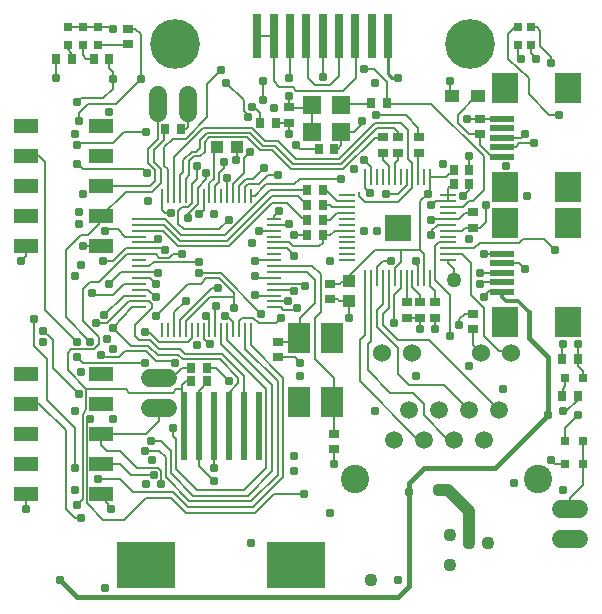
<source format=gtl>
G75*
G70*
%OFA0B0*%
%FSLAX24Y24*%
%IPPOS*%
%LPD*%
%AMOC8*
5,1,8,0,0,1.08239X$1,22.5*
%
%ADD10R,0.0472X0.0091*%
%ADD11R,0.0091X0.0472*%
%ADD12R,0.0276X0.0354*%
%ADD13R,0.0315X0.0315*%
%ADD14R,0.0354X0.0276*%
%ADD15R,0.0520X0.0090*%
%ADD16R,0.0090X0.0520*%
%ADD17R,0.0870X0.0870*%
%ADD18C,0.0945*%
%ADD19C,0.0591*%
%ADD20C,0.0600*%
%ADD21R,0.0315X0.1457*%
%ADD22C,0.1660*%
%ADD23R,0.0866X0.0984*%
%ADD24R,0.0787X0.0197*%
%ADD25C,0.0500*%
%ADD26R,0.0394X0.0433*%
%ADD27R,0.0472X0.0394*%
%ADD28C,0.0600*%
%ADD29R,0.0630X0.0591*%
%ADD30R,0.0248X0.2268*%
%ADD31R,0.1969X0.1575*%
%ADD32R,0.0748X0.1024*%
%ADD33R,0.0800X0.0500*%
%ADD34R,0.0433X0.0394*%
%ADD35C,0.0080*%
%ADD36C,0.0310*%
%ADD37C,0.0436*%
%ADD38C,0.0400*%
%ADD39C,0.0100*%
%ADD40C,0.0060*%
%ADD41C,0.0160*%
%ADD42C,0.0120*%
D10*
X005165Y011285D03*
X005165Y011482D03*
X005165Y011679D03*
X005165Y011875D03*
X005165Y012072D03*
X005165Y012269D03*
X005165Y012466D03*
X005165Y012663D03*
X005165Y012860D03*
X005165Y013057D03*
X005165Y013253D03*
X005165Y013450D03*
X005165Y013647D03*
X005165Y013844D03*
X005165Y014041D03*
X005165Y014238D03*
X009653Y014238D03*
X009653Y014041D03*
X009653Y013844D03*
X009653Y013647D03*
X009653Y013450D03*
X009653Y013253D03*
X009653Y013057D03*
X009653Y012860D03*
X009653Y012663D03*
X009653Y012466D03*
X009653Y012269D03*
X009653Y012072D03*
X009653Y011875D03*
X009653Y011679D03*
X009653Y011482D03*
X009653Y011285D03*
D11*
X008885Y010517D03*
X008689Y010517D03*
X008492Y010517D03*
X008295Y010517D03*
X008098Y010517D03*
X007901Y010517D03*
X007704Y010517D03*
X007507Y010517D03*
X007311Y010517D03*
X007114Y010517D03*
X006917Y010517D03*
X006720Y010517D03*
X006523Y010517D03*
X006326Y010517D03*
X006130Y010517D03*
X005933Y010517D03*
X005933Y015005D03*
X006130Y015005D03*
X006326Y015005D03*
X006523Y015005D03*
X006720Y015005D03*
X006917Y015005D03*
X007114Y015005D03*
X007311Y015005D03*
X007507Y015005D03*
X007704Y015005D03*
X007901Y015005D03*
X008098Y015005D03*
X008295Y015005D03*
X008492Y015005D03*
X008689Y015005D03*
X008885Y015005D03*
D12*
X010774Y015195D03*
X010774Y014695D03*
X010774Y014195D03*
X010774Y013695D03*
X011286Y013695D03*
X011286Y014195D03*
X011286Y014695D03*
X011286Y015195D03*
X011149Y016570D03*
X011661Y016570D03*
X012899Y018110D03*
X013411Y018110D03*
X015655Y015870D03*
X015649Y015408D03*
X016161Y015408D03*
X016167Y015870D03*
X019274Y009570D03*
X019786Y009570D03*
X019786Y008320D03*
X019274Y008320D03*
X009721Y017439D03*
X009209Y017439D03*
X006545Y017234D03*
X006033Y017234D03*
X004161Y019570D03*
X003649Y019570D03*
X002911Y019570D03*
X002399Y019570D03*
X006899Y009258D03*
X006899Y008820D03*
X007411Y008820D03*
X007411Y009258D03*
D13*
X003780Y020025D03*
X003280Y020025D03*
X002780Y020025D03*
X002780Y020616D03*
X003280Y020616D03*
X003780Y020616D03*
X017780Y020616D03*
X018218Y020616D03*
X018218Y020025D03*
X017780Y020025D03*
X019360Y008945D03*
X019950Y008945D03*
X019950Y006820D03*
X019360Y006820D03*
X019360Y006070D03*
X019950Y006070D03*
D14*
X016280Y010564D03*
X016280Y011076D03*
X015030Y010939D03*
X014530Y010939D03*
X014093Y010939D03*
X014093Y011451D03*
X014530Y011451D03*
X015030Y011451D03*
X016280Y013939D03*
X016280Y014451D03*
X014477Y016439D03*
X014477Y016951D03*
X013780Y016951D03*
X013780Y016439D03*
X013280Y016439D03*
X013280Y016951D03*
X010155Y017439D03*
X010155Y017951D03*
X011530Y012076D03*
X011530Y011564D03*
X009780Y010139D03*
X009780Y009627D03*
X011655Y007076D03*
X011655Y006564D03*
X016530Y017064D03*
X016530Y017576D03*
X004780Y020064D03*
X004780Y020576D03*
D15*
X012090Y015025D03*
X012090Y014835D03*
X012090Y014635D03*
X012090Y014435D03*
X012090Y014245D03*
X012090Y014045D03*
X012090Y013845D03*
X012090Y013645D03*
X012090Y013455D03*
X012090Y013255D03*
X012090Y013055D03*
X012090Y012865D03*
X015470Y012865D03*
X015470Y013055D03*
X015470Y013255D03*
X015470Y013455D03*
X015470Y013645D03*
X015470Y013845D03*
X015470Y014045D03*
X015470Y014245D03*
X015470Y014435D03*
X015470Y014635D03*
X015470Y014835D03*
X015470Y015025D03*
D16*
X014860Y015635D03*
X014670Y015635D03*
X014470Y015635D03*
X014270Y015635D03*
X014080Y015635D03*
X013880Y015635D03*
X013680Y015635D03*
X013480Y015635D03*
X013290Y015635D03*
X013090Y015635D03*
X012890Y015635D03*
X012700Y015635D03*
X012700Y012255D03*
X012890Y012255D03*
X013090Y012255D03*
X013290Y012255D03*
X013480Y012255D03*
X013680Y012255D03*
X013880Y012255D03*
X014080Y012255D03*
X014270Y012255D03*
X014470Y012255D03*
X014670Y012255D03*
X014860Y012255D03*
D17*
X013780Y013945D03*
D18*
X012355Y005570D03*
X018455Y005570D03*
D19*
X016655Y006870D03*
X015655Y006870D03*
X014655Y006870D03*
X013655Y006870D03*
X014155Y007870D03*
X015155Y007870D03*
X016155Y007870D03*
X017155Y007870D03*
D20*
X017555Y009770D03*
X016555Y009770D03*
X014255Y009770D03*
X013255Y009770D03*
D21*
X013461Y020323D03*
X012916Y020323D03*
X012371Y020323D03*
X011825Y020323D03*
X011280Y020323D03*
X010735Y020323D03*
X010190Y020323D03*
X009644Y020323D03*
X009099Y020323D03*
D22*
X006359Y020077D03*
X016201Y020077D03*
D23*
X017368Y018599D03*
X019454Y018599D03*
X019454Y015292D03*
X019454Y014099D03*
X017368Y014099D03*
X017368Y015292D03*
X017368Y010792D03*
X019454Y010792D03*
D24*
X017269Y011815D03*
X017269Y012130D03*
X017269Y012445D03*
X017269Y012760D03*
X017269Y013075D03*
X017269Y016315D03*
X017269Y016630D03*
X017269Y016945D03*
X017269Y017260D03*
X017269Y017575D03*
D25*
X015655Y012195D03*
D26*
X012155Y012155D03*
X012155Y011486D03*
D27*
X015597Y018320D03*
X016463Y018320D03*
D28*
X006780Y018370D02*
X006780Y017770D01*
X005780Y017770D02*
X005780Y018370D01*
X005543Y008945D02*
X006143Y008945D01*
X006143Y007945D02*
X005543Y007945D01*
X019230Y004570D02*
X019830Y004570D01*
X019830Y003570D02*
X019230Y003570D01*
D29*
X011897Y017118D03*
X011897Y018023D03*
X010913Y018023D03*
X010913Y017118D03*
D30*
X009155Y007320D03*
X008655Y007320D03*
X008155Y007320D03*
X007655Y007320D03*
X007155Y007320D03*
X006655Y007320D03*
D31*
X005405Y002710D03*
X010405Y002710D03*
D32*
X010479Y008132D03*
X011581Y008132D03*
X011581Y010258D03*
X010479Y010258D03*
D33*
X003905Y009070D03*
X003905Y008070D03*
X003905Y007070D03*
X003905Y006070D03*
X003905Y005070D03*
X001405Y005070D03*
X001405Y006070D03*
X001405Y007070D03*
X001405Y008070D03*
X001405Y009070D03*
X001405Y013320D03*
X001405Y014320D03*
X001405Y015320D03*
X001405Y016320D03*
X001405Y017320D03*
X003905Y017320D03*
X003905Y016320D03*
X003905Y015320D03*
X003905Y014320D03*
X003905Y013320D03*
D34*
X007761Y016635D03*
X008431Y016635D03*
D35*
X008431Y016246D01*
X008382Y016198D01*
X008655Y016252D02*
X008655Y015758D01*
X008530Y015633D01*
X008530Y015633D01*
X008295Y015398D01*
X008295Y015005D01*
X008492Y015005D02*
X008492Y015344D01*
X008718Y015570D01*
X008968Y015570D01*
X009343Y015945D01*
X009468Y015695D02*
X009780Y015695D01*
X009468Y015695D02*
X009155Y015383D01*
X008780Y015383D01*
X008689Y015291D01*
X008689Y015005D01*
X008885Y015005D02*
X009028Y015005D01*
X009343Y015320D01*
X009405Y015383D01*
X010343Y015383D01*
X010530Y015570D01*
X011905Y015570D01*
X011968Y015883D02*
X013030Y016945D01*
X013274Y016945D01*
X013280Y016951D01*
X013086Y017258D02*
X011898Y016070D01*
X010294Y016070D01*
X009731Y016633D01*
X009690Y016675D01*
X009277Y016675D01*
X008844Y017108D01*
X007427Y017108D01*
X007191Y016871D01*
X007191Y016596D01*
X007072Y016478D01*
X006915Y016478D01*
X006639Y016202D01*
X006639Y015809D01*
X006523Y015692D01*
X006523Y015005D01*
X006326Y015005D02*
X006326Y016283D01*
X007309Y017265D01*
X008923Y017265D01*
X009356Y016832D01*
X009789Y016832D01*
X010380Y016242D01*
X011836Y016242D01*
X013017Y017423D01*
X013883Y017423D01*
X014120Y017186D01*
X014120Y016242D01*
X014270Y016091D01*
X014270Y015635D01*
X014270Y015250D01*
X013805Y014785D01*
X012702Y014785D01*
X012506Y014982D01*
X012506Y015139D01*
X012700Y015262D02*
X012852Y015110D01*
X012700Y015262D02*
X012700Y015635D01*
X012890Y015635D02*
X012890Y015960D01*
X012655Y016195D01*
X013280Y016195D02*
X013280Y016439D01*
X013280Y016195D02*
X013480Y015995D01*
X013480Y015635D01*
X013680Y015635D02*
X013680Y016095D01*
X013780Y016195D01*
X013780Y016439D01*
X013780Y016951D02*
X013780Y017133D01*
X013655Y017258D01*
X013086Y017258D01*
X013069Y017688D02*
X014051Y017688D01*
X014474Y017265D01*
X014474Y016954D01*
X014477Y016951D01*
X014477Y016439D02*
X014470Y016433D01*
X014470Y015635D01*
X014080Y015635D02*
X014080Y015370D01*
X013780Y015070D01*
X013405Y015070D01*
X014530Y014820D02*
X014780Y015070D01*
X014860Y015150D01*
X014860Y015635D01*
X015402Y015635D01*
X015655Y015870D01*
X015649Y015408D02*
X015470Y015266D01*
X015470Y015025D01*
X015470Y014835D01*
X015045Y014835D01*
X014905Y014695D01*
X014530Y014820D02*
X014530Y013195D01*
X013905Y013195D01*
X013905Y012814D01*
X013680Y012589D01*
X013680Y012255D01*
X013480Y012255D02*
X013480Y011270D01*
X013280Y011070D01*
X013280Y010695D01*
X013780Y010195D01*
X014830Y010195D01*
X017155Y007870D01*
X016155Y007870D02*
X015330Y008695D01*
X014155Y008695D01*
X013780Y009070D01*
X013780Y009945D01*
X013093Y010633D01*
X013093Y011195D01*
X013290Y011393D01*
X013290Y012255D01*
X013090Y012255D02*
X013090Y012630D01*
X013280Y012820D01*
X013549Y012820D01*
X013905Y013195D02*
X013030Y013195D01*
X012155Y012320D01*
X012155Y012155D01*
X012133Y012133D01*
X011905Y012133D01*
X011849Y012076D01*
X011530Y012076D01*
X011218Y012383D02*
X010938Y012663D01*
X009653Y012663D01*
X009653Y012860D02*
X009069Y012860D01*
X009030Y012820D01*
X009030Y012320D02*
X009081Y012269D01*
X009653Y012269D01*
X009653Y012466D02*
X010759Y012466D01*
X011030Y012195D01*
X011030Y011445D01*
X010530Y010945D01*
X010530Y010309D01*
X010479Y010258D01*
X010359Y010139D01*
X009780Y010139D01*
X009780Y009627D02*
X010349Y009627D01*
X010530Y009445D01*
X009968Y008945D02*
X009968Y005633D01*
X008968Y004633D01*
X006780Y004633D01*
X006280Y005133D01*
X004968Y005133D01*
X004530Y005570D01*
X003780Y005570D01*
X003905Y005070D02*
X004218Y004570D01*
X003968Y004195D02*
X004655Y004195D01*
X005405Y004945D01*
X006218Y004945D01*
X006718Y004445D01*
X009030Y004445D01*
X009655Y005070D01*
X010655Y005070D01*
X009780Y005695D02*
X009780Y008820D01*
X008689Y009912D01*
X008689Y010517D01*
X008885Y010517D02*
X008885Y010028D01*
X009968Y008945D01*
X009593Y008695D02*
X008218Y010070D01*
X008218Y010070D01*
X008098Y010190D01*
X008098Y010517D01*
X007901Y010517D02*
X007901Y010074D01*
X009405Y008570D01*
X009405Y005945D01*
X008655Y005195D01*
X007093Y005195D01*
X006405Y005883D01*
X006405Y006883D01*
X006280Y007008D01*
X006286Y007252D01*
X006655Y007320D02*
X006655Y008383D01*
X006593Y008445D01*
X006593Y008570D01*
X006405Y008570D01*
X006280Y008445D01*
X004843Y008445D01*
X004718Y008570D01*
X003405Y008570D01*
X002780Y009195D01*
X002780Y009758D01*
X002905Y009883D01*
X003093Y010133D02*
X002030Y011195D01*
X002030Y016133D01*
X001843Y016320D01*
X001405Y016320D01*
X003093Y016070D02*
X003280Y015883D01*
X005280Y015883D01*
X005436Y015758D01*
X005705Y015870D02*
X005468Y016108D01*
X005468Y016570D01*
X005780Y016883D01*
X005780Y018070D01*
X006033Y017234D02*
X006009Y017210D01*
X006009Y016871D01*
X005655Y016517D01*
X005655Y016508D01*
X005655Y016508D01*
X005655Y016133D01*
X005905Y015883D01*
X005905Y015445D01*
X005593Y015133D01*
X004718Y015133D01*
X003905Y014320D01*
X003843Y014258D01*
X003843Y014070D01*
X003530Y013758D01*
X003530Y013758D01*
X003468Y013695D01*
X003218Y013695D01*
X002968Y013445D01*
X002718Y013195D01*
X002718Y010958D01*
X003530Y010145D01*
X003655Y009883D02*
X003280Y009883D01*
X003093Y009633D02*
X003093Y009633D01*
X003280Y009439D01*
X005349Y009439D01*
X005718Y009508D02*
X005405Y009820D01*
X004686Y009820D01*
X004480Y009620D01*
X003980Y009620D01*
X003843Y009758D01*
X003905Y009695D01*
X003655Y009883D02*
X003830Y010058D01*
X003843Y010070D01*
X003843Y010258D01*
X003780Y010320D01*
X003780Y010320D01*
X003280Y010820D01*
X003280Y011883D01*
X003530Y012133D01*
X003843Y012133D01*
X004766Y013057D01*
X005165Y013057D01*
X005165Y013253D02*
X004713Y013253D01*
X004280Y012820D01*
X003968Y012820D01*
X003905Y013320D02*
X003593Y013320D01*
X003280Y013320D01*
X002968Y013445D02*
X002968Y013445D01*
X004030Y013758D02*
X004030Y013820D01*
X004093Y013883D01*
X004468Y013883D01*
X004703Y013647D01*
X005165Y013647D01*
X005165Y013450D02*
X005660Y013450D01*
X005780Y013570D01*
X005972Y013253D02*
X006030Y013195D01*
X005972Y013253D02*
X005165Y013253D01*
X005165Y012663D02*
X005498Y012663D01*
X005655Y012808D01*
X007155Y012808D01*
X007155Y012433D02*
X007905Y012433D01*
X009218Y011070D01*
X008968Y010945D02*
X009155Y010758D01*
X009718Y010758D01*
X009905Y010945D01*
X009968Y011195D02*
X009878Y011285D01*
X009653Y011285D01*
X009653Y011482D02*
X010067Y011482D01*
X010118Y011508D01*
X009968Y011195D02*
X010343Y011195D01*
X010411Y011252D01*
X010336Y011820D02*
X010225Y011875D01*
X009653Y011875D01*
X009653Y011679D02*
X009155Y011679D01*
X009030Y011695D01*
X008343Y011633D02*
X008343Y011258D01*
X008343Y011258D01*
X008093Y011008D02*
X008030Y011008D01*
X008093Y011008D02*
X008295Y010806D01*
X008295Y010517D01*
X008492Y010517D02*
X008492Y010844D01*
X008593Y010945D01*
X008968Y010945D01*
X008343Y011633D02*
X008093Y011633D01*
X008093Y011633D01*
X007530Y011633D01*
X007468Y011570D01*
X007468Y011570D01*
X006720Y010823D01*
X006720Y010517D01*
X006523Y010517D02*
X006523Y010876D01*
X007593Y011945D01*
X007780Y011945D01*
X007843Y012258D02*
X008093Y012008D01*
X008343Y011758D01*
X008343Y011633D01*
X007718Y011320D02*
X007704Y011146D01*
X007704Y010517D01*
X007507Y010517D02*
X007507Y010905D01*
X007405Y011008D01*
X007311Y010517D02*
X007311Y010227D01*
X007530Y010064D01*
X007930Y009720D02*
X008655Y009008D01*
X008655Y007320D01*
X008155Y007320D02*
X008155Y008445D01*
X008468Y008758D01*
X008468Y008945D01*
X007855Y009558D01*
X006618Y009558D01*
X006468Y009708D01*
X005780Y009708D01*
X005468Y010008D01*
X004905Y010008D01*
X004280Y010602D01*
X004932Y011285D01*
X005165Y011285D01*
X005165Y011482D02*
X005494Y011482D01*
X005593Y011383D01*
X005593Y011258D01*
X005030Y010695D01*
X005030Y010320D01*
X005155Y010195D01*
X005530Y010195D01*
X005843Y009883D01*
X006530Y009883D01*
X006693Y009720D01*
X007930Y009720D01*
X007718Y009258D02*
X008155Y008820D01*
X007718Y009258D02*
X007655Y009258D01*
X007411Y009258D01*
X007411Y008820D02*
X007343Y008814D01*
X007343Y008695D01*
X007280Y008633D01*
X007280Y008633D01*
X007155Y008508D01*
X007155Y007320D01*
X007155Y006008D01*
X007468Y005695D01*
X007655Y005508D01*
X007655Y005945D02*
X007655Y007320D01*
X006593Y008570D02*
X006593Y008695D01*
X006718Y008820D01*
X006899Y008820D01*
X006899Y009258D02*
X006593Y009258D01*
X006337Y009002D01*
X006337Y008945D01*
X005843Y008945D01*
X005718Y009508D02*
X006280Y009508D01*
X006368Y009427D01*
X006780Y010133D02*
X005843Y010133D01*
X005530Y010445D01*
X005349Y010452D01*
X005718Y011008D02*
X006780Y012070D01*
X007218Y012070D01*
X007405Y012258D01*
X007843Y012258D01*
X008161Y013333D02*
X009343Y014508D01*
X009605Y014770D01*
X010080Y014770D01*
X010593Y014258D01*
X010712Y014258D01*
X010774Y014195D01*
X010774Y013695D02*
X010343Y013695D01*
X010150Y013450D02*
X010280Y013320D01*
X011155Y013320D01*
X011280Y013445D01*
X011280Y013689D01*
X011286Y013695D01*
X011530Y013695D01*
X011680Y013845D01*
X012090Y013845D01*
X012090Y014435D02*
X011770Y014435D01*
X011530Y014195D01*
X011286Y014195D01*
X011286Y014695D02*
X011530Y014695D01*
X011590Y014635D01*
X012090Y014635D01*
X012090Y014835D02*
X011765Y014835D01*
X011405Y015195D01*
X011286Y015195D01*
X010774Y015195D02*
X009530Y015195D01*
X008030Y013695D01*
X006568Y013695D01*
X006025Y014238D01*
X005165Y014238D01*
X005165Y014041D02*
X005997Y014041D01*
X006530Y013508D01*
X008093Y013508D01*
X009593Y015008D01*
X010462Y015008D01*
X010774Y014695D01*
X010155Y014070D02*
X010126Y014041D01*
X009653Y014041D01*
X009653Y014238D02*
X009653Y014318D01*
X009843Y014508D01*
X009653Y013844D02*
X009241Y013844D01*
X009155Y013820D01*
X009653Y013450D02*
X010150Y013450D01*
X010097Y013253D02*
X010343Y013008D01*
X010343Y013008D01*
X010155Y013195D01*
X010097Y013253D02*
X009653Y013253D01*
X008161Y013333D02*
X006449Y013333D01*
X005944Y013844D01*
X005165Y013844D01*
X005933Y014543D02*
X006030Y014445D01*
X006211Y014445D01*
X006468Y014508D02*
X006468Y014070D01*
X006655Y013883D01*
X007843Y013883D01*
X008155Y014195D01*
X008098Y015005D02*
X008098Y015502D01*
X008093Y015554D01*
X008086Y015600D01*
X007820Y015454D02*
X007820Y015769D01*
X007978Y015927D01*
X007978Y016127D01*
X007984Y016133D01*
X007663Y016537D02*
X007663Y015572D01*
X007507Y015417D01*
X007507Y015005D01*
X007311Y015005D02*
X007311Y014538D01*
X007155Y014383D01*
X006905Y014508D02*
X006843Y014445D01*
X006780Y014383D01*
X006780Y014258D01*
X006843Y014445D02*
X006843Y014445D01*
X006905Y014508D02*
X006905Y014508D01*
X007114Y014716D01*
X007114Y015005D01*
X007114Y015279D01*
X007405Y015570D01*
X007405Y015758D01*
X007093Y015570D02*
X007093Y016014D01*
X006836Y016163D02*
X006994Y016320D01*
X007191Y016320D01*
X007348Y016478D01*
X007348Y016793D01*
X007506Y016950D01*
X008765Y016950D01*
X009198Y016517D01*
X009597Y016517D01*
X010231Y015883D01*
X011968Y015883D01*
X011780Y016570D02*
X011905Y016695D01*
X011905Y017235D01*
X011897Y017118D01*
X011913Y017133D01*
X012343Y017133D01*
X012593Y017383D01*
X012593Y017508D01*
X012860Y018070D02*
X012899Y018110D01*
X012860Y018070D02*
X011944Y018070D01*
X011897Y018023D01*
X011968Y018508D02*
X012405Y018945D01*
X012405Y019934D01*
X012371Y020323D01*
X011825Y020323D02*
X011825Y018991D01*
X011530Y018695D01*
X011030Y018695D01*
X010780Y018945D01*
X010780Y019924D01*
X010735Y020323D01*
X010190Y020323D02*
X010190Y018980D01*
X010155Y018945D01*
X010280Y018633D02*
X009843Y018633D01*
X009644Y018831D01*
X009644Y020323D01*
X009099Y020323D01*
X009280Y018820D02*
X009280Y018195D01*
X008999Y017977D02*
X009198Y017777D01*
X009198Y017450D01*
X009209Y017439D01*
X008780Y017620D02*
X008780Y017695D01*
X008655Y017820D01*
X008655Y018195D01*
X008074Y018777D01*
X008073Y018777D01*
X007899Y019194D02*
X007427Y018722D01*
X007427Y017620D01*
X006718Y016911D01*
X006285Y016911D01*
X006009Y016635D01*
X006009Y016005D01*
X006130Y015885D01*
X006130Y015846D01*
X006129Y015858D01*
X006130Y015846D02*
X006130Y015005D01*
X005933Y015005D02*
X005933Y014543D01*
X006468Y014508D02*
X006593Y014633D01*
X006780Y014633D01*
X006917Y014770D01*
X006917Y015005D01*
X006917Y015395D01*
X007093Y015570D01*
X006836Y015689D02*
X006720Y015573D01*
X006718Y015575D01*
X006720Y015573D02*
X006720Y015005D01*
X006836Y015689D02*
X006836Y016163D01*
X007663Y016537D02*
X007761Y016635D01*
X006797Y017305D02*
X006797Y018054D01*
X006780Y018070D01*
X006797Y017305D02*
X006726Y017234D01*
X006545Y017234D01*
X005405Y017133D02*
X004655Y017133D01*
X004280Y016758D01*
X003155Y016758D01*
X003093Y016695D01*
X003093Y016695D01*
X003155Y017508D02*
X003155Y017758D01*
X003468Y018070D01*
X004405Y018070D01*
X005218Y018883D01*
X005218Y020383D01*
X005030Y020570D01*
X004786Y020570D01*
X004780Y020576D01*
X004280Y020570D02*
X004235Y020616D01*
X003780Y020616D01*
X003280Y020616D01*
X002780Y020616D01*
X002780Y020025D02*
X002780Y019945D01*
X002905Y019576D02*
X002911Y019570D01*
X003280Y019695D02*
X003280Y020025D01*
X003280Y019695D02*
X003405Y019570D01*
X003649Y019570D01*
X003780Y020025D02*
X004741Y020025D01*
X004780Y020064D01*
X004161Y019570D02*
X004155Y019564D01*
X004155Y019258D01*
X004280Y019133D01*
X004280Y018883D01*
X004280Y018570D01*
X003968Y018258D01*
X003218Y018258D01*
X003093Y018133D01*
X002405Y018945D02*
X002405Y019564D01*
X005705Y015870D02*
X005705Y015495D01*
X005530Y015320D01*
X003905Y015320D01*
X004555Y012470D02*
X004155Y012070D01*
X004280Y011695D02*
X003655Y011695D01*
X003593Y011758D01*
X004280Y011695D02*
X004657Y012072D01*
X005165Y012072D01*
X005165Y011875D02*
X005475Y011875D01*
X005718Y011633D01*
X005718Y012070D02*
X005519Y012269D01*
X005165Y012269D01*
X005165Y012466D02*
X005759Y012466D01*
X005780Y012445D01*
X005143Y012470D02*
X004555Y012470D01*
X004645Y011679D02*
X003999Y011033D01*
X004645Y011679D02*
X005165Y011679D01*
X005718Y011008D02*
X005718Y011008D01*
X006326Y011117D02*
X006326Y010517D01*
X006917Y010517D02*
X006917Y010270D01*
X006780Y010133D01*
X006326Y011117D02*
X006718Y011508D01*
X009593Y008695D02*
X009593Y005820D01*
X008780Y005008D01*
X006968Y005008D01*
X006218Y005758D01*
X006218Y006508D01*
X005905Y006820D01*
X005549Y006820D01*
X005405Y007070D02*
X005843Y007508D01*
X005843Y007945D01*
X005405Y007070D02*
X003905Y007070D01*
X003030Y007258D02*
X003030Y005945D01*
X003905Y006070D02*
X004530Y006070D01*
X004905Y005695D01*
X005655Y005695D01*
X006068Y005633D02*
X006843Y004820D01*
X008905Y004820D01*
X009780Y005695D01*
X011655Y006070D02*
X011655Y006564D01*
X011655Y007076D02*
X011655Y008059D01*
X011581Y008132D01*
X011655Y008206D01*
X011655Y008945D01*
X011030Y009570D01*
X011030Y010945D01*
X011218Y011133D01*
X011218Y012383D01*
X011530Y011564D02*
X011786Y011564D01*
X011843Y011508D01*
X012133Y011508D01*
X012155Y011486D01*
X012155Y010945D01*
X012700Y010365D02*
X012530Y010195D01*
X012530Y008820D01*
X014405Y006945D01*
X014580Y006945D01*
X014655Y006870D01*
X015405Y006945D02*
X014655Y007695D01*
X014655Y008070D01*
X014280Y008445D01*
X013530Y008445D01*
X012780Y009195D01*
X012780Y010070D01*
X012890Y010180D01*
X012890Y012255D01*
X012700Y012255D02*
X012700Y010365D01*
X013655Y010752D02*
X013655Y011695D01*
X013880Y011920D01*
X013880Y012255D01*
X014080Y012255D02*
X014080Y011495D01*
X014093Y011445D01*
X014093Y011451D01*
X014530Y011451D02*
X014530Y011695D01*
X014270Y011955D01*
X014270Y012255D01*
X014470Y012255D02*
X014470Y012630D01*
X014405Y012820D01*
X014670Y013055D02*
X014530Y013195D01*
X014670Y013055D02*
X014670Y012255D01*
X014860Y012255D02*
X014860Y011990D01*
X015030Y011820D01*
X015030Y011451D01*
X015530Y011695D02*
X015530Y010320D01*
X015843Y010695D02*
X015843Y010883D01*
X016030Y011070D01*
X016274Y011070D01*
X016280Y011076D01*
X016655Y011258D02*
X016655Y010320D01*
X017155Y009820D01*
X017505Y009820D01*
X017555Y009770D01*
X016555Y009770D02*
X016280Y010045D01*
X016280Y010564D01*
X016655Y011258D02*
X016218Y011695D01*
X016218Y012758D01*
X015920Y013055D01*
X015470Y013055D01*
X015470Y012865D02*
X015470Y012755D01*
X015655Y012570D01*
X015655Y012195D01*
X015530Y011695D02*
X015030Y012195D01*
X015030Y013320D01*
X015165Y013455D01*
X015470Y013455D01*
X015470Y013255D02*
X016340Y013255D01*
X016530Y013445D01*
X017843Y013445D01*
X017968Y013570D01*
X018655Y013570D01*
X019030Y013195D01*
X018030Y012570D02*
X017840Y012760D01*
X017269Y012760D01*
X017269Y012445D02*
X016530Y012445D01*
X016590Y012130D02*
X016530Y012070D01*
X016590Y012130D02*
X017269Y012130D01*
X017264Y011820D02*
X017269Y011815D01*
X017264Y011820D02*
X016843Y011820D01*
X016655Y011633D01*
X016655Y011633D01*
X016655Y013070D02*
X016660Y013075D01*
X017269Y013075D01*
X016530Y013945D02*
X016286Y013945D01*
X016280Y013939D01*
X016274Y013945D01*
X016030Y013945D01*
X015930Y013845D01*
X015470Y013845D01*
X015470Y014045D02*
X015130Y014045D01*
X014905Y013820D01*
X014905Y013695D01*
X014905Y014195D02*
X014955Y014245D01*
X015470Y014245D01*
X015830Y014245D01*
X016030Y014445D01*
X016274Y014445D01*
X016280Y014451D01*
X015970Y014635D02*
X016155Y014820D01*
X016280Y014820D01*
X016655Y015195D01*
X016655Y016320D01*
X014905Y018070D01*
X013450Y018070D01*
X013411Y018110D01*
X013411Y018801D01*
X012978Y019234D01*
X012663Y019234D01*
X011968Y018508D02*
X010405Y018508D01*
X010280Y018633D01*
X010155Y018320D02*
X010155Y017951D01*
X010155Y017945D01*
X010161Y017945D02*
X010835Y017945D01*
X010913Y018023D01*
X010913Y017118D01*
X011149Y016570D02*
X010530Y016570D01*
X010405Y016695D01*
X010155Y017070D02*
X010155Y017439D01*
X009721Y017439D01*
X010161Y017945D02*
X010155Y017951D01*
X011280Y018968D02*
X011280Y020323D01*
X008999Y017977D02*
X008943Y017977D01*
X008868Y016465D02*
X008655Y016252D01*
X007820Y015454D02*
X007704Y015338D01*
X007704Y015005D01*
X009343Y015320D02*
X009343Y015320D01*
X011661Y016570D02*
X011780Y016570D01*
X013780Y013945D02*
X013780Y013820D01*
X015470Y014635D02*
X015970Y014635D01*
X015968Y015008D02*
X016161Y015201D01*
X016161Y015408D01*
X016167Y015870D02*
X016155Y015951D01*
X016155Y016320D01*
X016530Y016695D02*
X016905Y016320D01*
X017264Y016320D01*
X017269Y016315D01*
X017269Y016630D02*
X017715Y016630D01*
X017843Y016758D01*
X018343Y016758D01*
X018030Y017070D02*
X017905Y016945D01*
X017269Y016945D01*
X017269Y017575D02*
X016531Y017575D01*
X016530Y017576D01*
X016161Y017576D01*
X016093Y017570D01*
X015780Y017445D02*
X016161Y017064D01*
X016530Y017064D01*
X016530Y016695D01*
X015780Y017445D02*
X015780Y017695D01*
X016405Y018320D01*
X016405Y018387D01*
X016463Y018320D01*
X015597Y018320D02*
X015530Y018512D01*
X015530Y018820D01*
X017468Y019570D02*
X018155Y018945D01*
X018155Y018383D01*
X018836Y017702D01*
X019161Y017702D01*
X018905Y019445D02*
X018905Y019633D01*
X018530Y020008D01*
X018530Y020508D01*
X018422Y020616D01*
X018218Y020616D01*
X017780Y020616D02*
X017700Y020616D01*
X017468Y020383D01*
X017468Y019570D01*
X017780Y019695D02*
X017780Y020025D01*
X017780Y019695D02*
X017905Y019570D01*
X018218Y019758D02*
X018218Y020025D01*
X018218Y019758D02*
X018405Y019570D01*
X016718Y014695D02*
X016718Y014133D01*
X016530Y013945D01*
X015030Y010939D02*
X015030Y010570D01*
X014530Y010570D02*
X014530Y010939D01*
X014093Y010939D01*
X015405Y006945D02*
X015580Y006945D01*
X015655Y006870D01*
X018905Y006195D02*
X019030Y006070D01*
X019360Y006070D01*
X019950Y006070D02*
X019950Y005366D01*
X019530Y004945D01*
X019530Y004570D01*
X019950Y006070D02*
X019950Y006820D01*
X019360Y006820D02*
X019360Y007275D01*
X019780Y007695D01*
X019405Y007820D02*
X019280Y007820D01*
X019405Y007820D02*
X019786Y008201D01*
X019786Y008320D01*
X019274Y008320D02*
X019280Y008201D01*
X019280Y008570D01*
X019360Y008650D01*
X019360Y008945D01*
X019780Y009320D02*
X019780Y009439D01*
X019786Y009570D01*
X019780Y009451D01*
X019780Y010070D01*
X019280Y010070D02*
X019274Y010064D01*
X019274Y009570D01*
X019780Y009320D02*
X019950Y009150D01*
X019950Y008945D01*
X006068Y006289D02*
X006068Y005633D01*
X006068Y006289D02*
X005843Y006508D01*
X005349Y006508D01*
X003218Y004258D02*
X003030Y004258D01*
X002718Y004570D01*
X002718Y007195D01*
X001843Y008070D01*
X001405Y008070D01*
X002093Y008195D02*
X003030Y007258D01*
X003155Y008383D02*
X002280Y009258D01*
X002280Y010195D01*
X002218Y010258D01*
X002218Y010258D01*
X001968Y010508D01*
X001961Y010508D01*
X001655Y010883D02*
X001718Y010945D01*
X001655Y010883D02*
X001655Y010008D01*
X002093Y009570D01*
X002093Y008195D01*
X001405Y005070D02*
X001405Y004570D01*
X001218Y012820D02*
X001405Y013008D01*
X001405Y013320D01*
D36*
X002530Y002195D03*
X004030Y001945D03*
X003218Y004258D03*
X003093Y004695D03*
X003030Y005195D03*
X003030Y005945D03*
X003780Y005570D03*
X004218Y004570D03*
X005405Y005389D03*
X005655Y005695D03*
X005905Y005389D03*
X005599Y006195D03*
X005349Y006508D03*
X005549Y006820D03*
X006286Y007252D03*
X007655Y005945D03*
X007655Y005508D03*
X008905Y003445D03*
X010655Y005070D03*
X010343Y005820D03*
X010343Y006320D03*
X011655Y006070D03*
X011530Y004445D03*
X013780Y002195D03*
X014155Y005133D03*
X013030Y007820D03*
X014405Y009008D03*
X015530Y010320D03*
X015843Y010695D03*
X015030Y010570D03*
X014530Y010570D03*
X013655Y010752D03*
X012155Y010945D03*
X010686Y012008D03*
X010336Y011820D03*
X010118Y011508D03*
X010411Y011252D03*
X009905Y010945D03*
X009218Y011070D03*
X009030Y011695D03*
X009030Y012320D03*
X009030Y012820D03*
X008936Y013420D03*
X009155Y013820D03*
X009843Y014508D03*
X010155Y014070D03*
X010343Y013695D03*
X010343Y013008D03*
X011530Y012820D03*
X012655Y013820D03*
X013093Y013820D03*
X013780Y013820D03*
X013549Y012820D03*
X014405Y012820D03*
X014905Y013695D03*
X014905Y014195D03*
X014905Y014695D03*
X014780Y015070D03*
X015280Y016070D03*
X016155Y016320D03*
X016093Y017570D03*
X015530Y018820D03*
X013780Y018945D03*
X013030Y018758D03*
X012663Y019234D03*
X013069Y017688D03*
X012593Y017508D03*
X012655Y016195D03*
X012343Y015883D03*
X011905Y015570D03*
X012852Y015110D03*
X013405Y015070D03*
X015968Y015008D03*
X016718Y014695D03*
X016155Y013564D03*
X016655Y013070D03*
X016530Y012445D03*
X016530Y012070D03*
X016655Y011633D03*
X018030Y012570D03*
X019030Y013195D03*
X018093Y015008D03*
X017405Y016002D03*
X018030Y017070D03*
X018343Y016758D03*
X019161Y017702D03*
X018905Y019445D03*
X018405Y019570D03*
X017905Y019570D03*
X011280Y018968D03*
X010155Y018945D03*
X010155Y018320D03*
X009655Y017945D03*
X009280Y018195D03*
X008943Y017977D03*
X008780Y017620D03*
X008868Y016465D03*
X008382Y016198D03*
X007984Y016133D03*
X008086Y015600D03*
X007405Y015758D03*
X007093Y016014D03*
X007155Y014383D03*
X006780Y014258D03*
X006211Y014445D03*
X005468Y014820D03*
X005436Y015758D03*
X005405Y017133D03*
X004155Y017808D03*
X003155Y017508D03*
X003030Y017070D03*
X003093Y016695D03*
X003093Y016070D03*
X003280Y015064D03*
X003161Y014464D03*
X003155Y014070D03*
X003280Y013320D03*
X003218Y012695D03*
X003030Y012320D03*
X003593Y011758D03*
X004155Y012070D03*
X003968Y012820D03*
X004030Y013820D03*
X005780Y013570D03*
X006030Y013195D03*
X006593Y013070D03*
X007155Y012808D03*
X007155Y012433D03*
X007780Y011945D03*
X007718Y011320D03*
X007405Y011008D03*
X008030Y011008D03*
X008343Y011258D03*
X007530Y010064D03*
X007099Y010045D03*
X006368Y009427D03*
X005349Y009439D03*
X005349Y010452D03*
X005718Y011008D03*
X005718Y011633D03*
X005718Y012070D03*
X005780Y012445D03*
X006718Y011508D03*
X004280Y010602D03*
X004105Y010239D03*
X004280Y009883D03*
X003905Y009695D03*
X003530Y010145D03*
X003093Y010133D03*
X003093Y009633D03*
X003218Y009133D03*
X003155Y008383D03*
X003030Y007820D03*
X003536Y007577D03*
X004280Y007570D03*
X001961Y010133D03*
X001961Y010508D03*
X001655Y010883D03*
X001218Y012820D03*
X003718Y010758D03*
X003999Y011033D03*
X007655Y014383D03*
X008155Y014195D03*
X009343Y015945D03*
X009780Y015695D03*
X010405Y016695D03*
X010155Y017070D03*
X009280Y018820D03*
X008073Y018777D03*
X007899Y019194D03*
X005218Y018883D03*
X004280Y018883D03*
X003093Y018133D03*
X002405Y018945D03*
X004280Y020570D03*
X010530Y009445D03*
X010530Y009008D03*
X008155Y008820D03*
X001405Y004570D03*
X016155Y009320D03*
X017280Y008570D03*
X018780Y007695D03*
X019280Y007820D03*
X019780Y007695D03*
X018905Y006195D03*
X019280Y005195D03*
X017655Y005445D03*
X019280Y010070D03*
X019780Y010070D03*
D37*
X015155Y005195D03*
X015530Y003695D03*
X016155Y003445D03*
X016780Y003445D03*
X015530Y002695D03*
X012905Y002195D03*
D38*
X015155Y005195D02*
X015468Y005195D01*
X016155Y004508D01*
X016155Y003445D01*
D39*
X013780Y018945D02*
X013593Y018945D01*
X013461Y019077D01*
X013461Y020323D01*
X002405Y019564D02*
X002399Y019570D01*
D40*
X002780Y019883D02*
X002905Y019758D01*
X002905Y019576D01*
X002780Y019883D02*
X002780Y019945D01*
X005165Y013057D02*
X005731Y013057D01*
X005843Y012945D01*
X006155Y012945D01*
X006280Y013070D01*
X006593Y013070D01*
X005165Y011482D02*
X004810Y011482D01*
X004086Y010758D01*
X003718Y010758D01*
X003280Y009883D02*
X002905Y009883D01*
X003405Y008570D02*
X003405Y007883D01*
X003286Y007714D01*
X003286Y005733D01*
X003286Y004889D01*
X003093Y004695D01*
X003411Y004764D02*
X003968Y004195D01*
X003411Y004764D02*
X003411Y007452D01*
X003536Y007577D01*
X003905Y007070D02*
X003905Y006695D01*
X004093Y006508D01*
X004530Y006508D01*
X005093Y005945D01*
X005780Y005945D01*
X005905Y005820D01*
X005905Y005389D01*
X009653Y012072D02*
X010528Y012072D01*
X010686Y012008D01*
D41*
X014655Y005945D02*
X014155Y005445D01*
X014155Y005133D01*
X014155Y005133D01*
X014155Y002008D01*
X014093Y001945D01*
X014093Y001945D01*
X013780Y001633D01*
X003093Y001633D01*
X002530Y002195D01*
X014655Y005945D02*
X017030Y005945D01*
X018780Y007695D01*
X018780Y009633D01*
X018155Y010258D01*
X018155Y011133D01*
D42*
X017780Y011508D01*
X017405Y011508D01*
X017269Y011644D01*
X017269Y011815D01*
M02*

</source>
